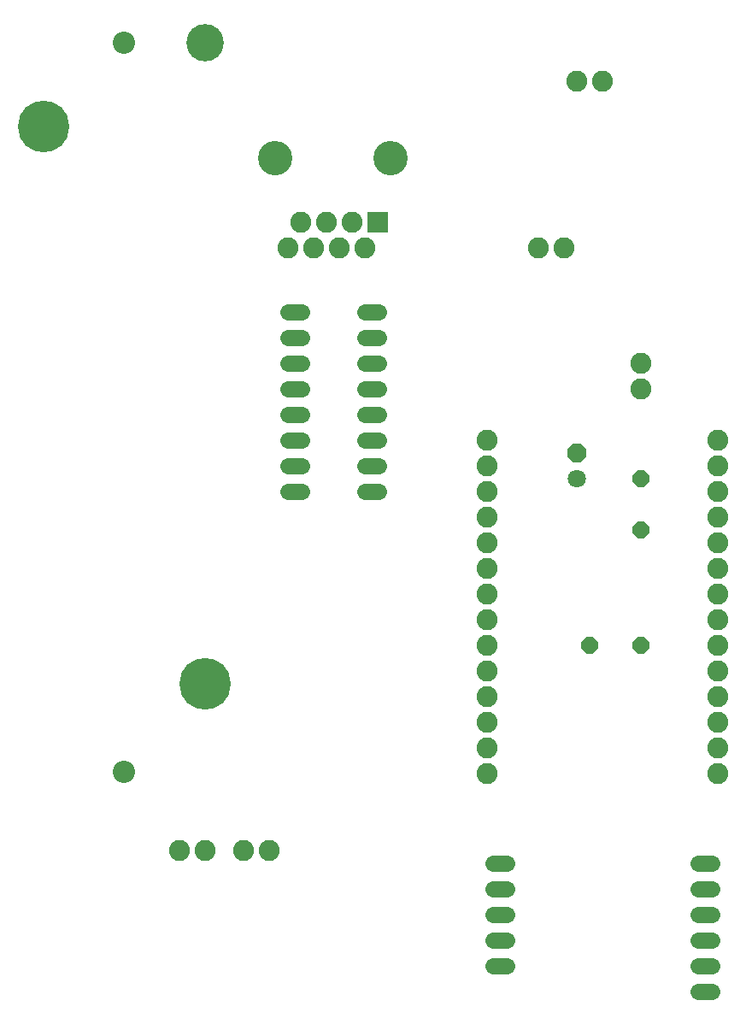
<source format=gbr>
G04 EAGLE Gerber X2 export*
%TF.Part,Single*%
%TF.FileFunction,Soldermask,Bot,1*%
%TF.FilePolarity,Negative*%
%TF.GenerationSoftware,Autodesk,EAGLE,9.1.3*%
%TF.CreationDate,2019-02-03T20:39:41Z*%
G75*
%MOMM*%
%FSLAX34Y34*%
%LPD*%
%AMOC8*
5,1,8,0,0,1.08239X$1,22.5*%
G01*
%ADD10C,2.082800*%
%ADD11C,1.625600*%
%ADD12C,5.103200*%
%ADD13C,3.703200*%
%ADD14C,2.203200*%
%ADD15R,2.082800X2.082800*%
%ADD16C,3.403200*%
%ADD17P,1.759533X8X112.500000*%
%ADD18P,1.951982X8X112.500000*%
%ADD19C,1.803400*%
%ADD20P,1.759533X8X202.500000*%


D10*
X342900Y12700D03*
X342900Y-12700D03*
X342900Y-38100D03*
X342900Y-63500D03*
X342900Y-88900D03*
X342900Y-114300D03*
X342900Y-139700D03*
X342900Y-165100D03*
X342900Y-190500D03*
X342900Y-215900D03*
X342900Y-241300D03*
X342900Y-266700D03*
X342900Y-292100D03*
X342900Y-317500D03*
X114300Y12700D03*
X114300Y-12700D03*
X114300Y-38100D03*
X114300Y-63500D03*
X114300Y-88900D03*
X114300Y-114300D03*
X114300Y-139700D03*
X114300Y-165100D03*
X114300Y-190500D03*
X114300Y-215900D03*
X114300Y-241300D03*
X114300Y-266700D03*
X114300Y-292100D03*
X114300Y-317500D03*
X266700Y88900D03*
X266700Y63500D03*
D11*
X134112Y-406400D02*
X119888Y-406400D01*
X119888Y-431800D02*
X134112Y-431800D01*
X134112Y-457200D02*
X119888Y-457200D01*
X119888Y-482600D02*
X134112Y-482600D01*
X134112Y-508000D02*
X119888Y-508000D01*
X323088Y-406400D02*
X337312Y-406400D01*
X337312Y-431800D02*
X323088Y-431800D01*
X323088Y-457200D02*
X337312Y-457200D01*
X337312Y-482600D02*
X323088Y-482600D01*
X323088Y-508000D02*
X337312Y-508000D01*
X337312Y-533400D02*
X323088Y-533400D01*
D12*
X-165100Y-228600D03*
D13*
X-165100Y406200D03*
D14*
X-245100Y406200D03*
D12*
X-325100Y323400D03*
D14*
X-245100Y-316000D03*
D10*
X-82550Y203200D03*
X-69850Y228600D03*
X-57150Y203200D03*
X-31750Y203200D03*
X-6350Y203200D03*
X-44450Y228600D03*
X-19050Y228600D03*
D15*
X6350Y228600D03*
D16*
X19050Y292100D03*
X-95250Y292100D03*
D11*
X-83312Y139700D02*
X-69088Y139700D01*
X-69088Y114300D02*
X-83312Y114300D01*
X-83312Y38100D02*
X-69088Y38100D01*
X-69088Y12700D02*
X-83312Y12700D01*
X-83312Y88900D02*
X-69088Y88900D01*
X-69088Y63500D02*
X-83312Y63500D01*
X-83312Y-12700D02*
X-69088Y-12700D01*
X-69088Y-38100D02*
X-83312Y-38100D01*
X-7112Y-38100D02*
X7112Y-38100D01*
X7112Y-12700D02*
X-7112Y-12700D01*
X-7112Y12700D02*
X7112Y12700D01*
X7112Y38100D02*
X-7112Y38100D01*
X-7112Y63500D02*
X7112Y63500D01*
X7112Y88900D02*
X-7112Y88900D01*
X-7112Y114300D02*
X7112Y114300D01*
X7112Y139700D02*
X-7112Y139700D01*
D10*
X-190500Y-393700D03*
X-165100Y-393700D03*
X-127000Y-393700D03*
X-101600Y-393700D03*
X165100Y203200D03*
X190500Y203200D03*
D17*
X266700Y-76200D03*
X266700Y-25400D03*
D18*
X203200Y0D03*
D19*
X203200Y-25400D03*
D20*
X266700Y-190500D03*
X215900Y-190500D03*
D10*
X203200Y368300D03*
X228600Y368300D03*
M02*

</source>
